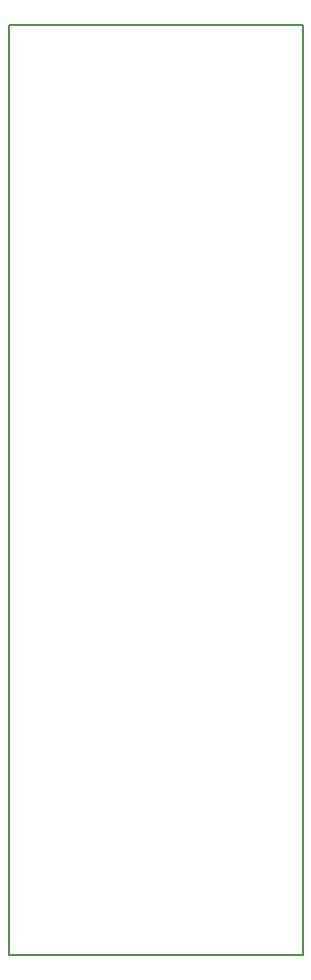
<source format=gm1>
G04 MADE WITH FRITZING*
G04 WWW.FRITZING.ORG*
G04 DOUBLE SIDED*
G04 HOLES PLATED*
G04 CONTOUR ON CENTER OF CONTOUR VECTOR*
%ASAXBY*%
%FSLAX23Y23*%
%MOIN*%
%OFA0B0*%
%SFA1.0B1.0*%
%ADD10R,0.989217X3.110890*%
%ADD11C,0.008000*%
%ADD10C,0.008*%
%LNCONTOUR*%
G90*
G70*
G54D10*
G54D11*
X4Y3107D02*
X985Y3107D01*
X985Y4D01*
X4Y4D01*
X4Y3107D01*
D02*
G04 End of contour*
M02*
</source>
